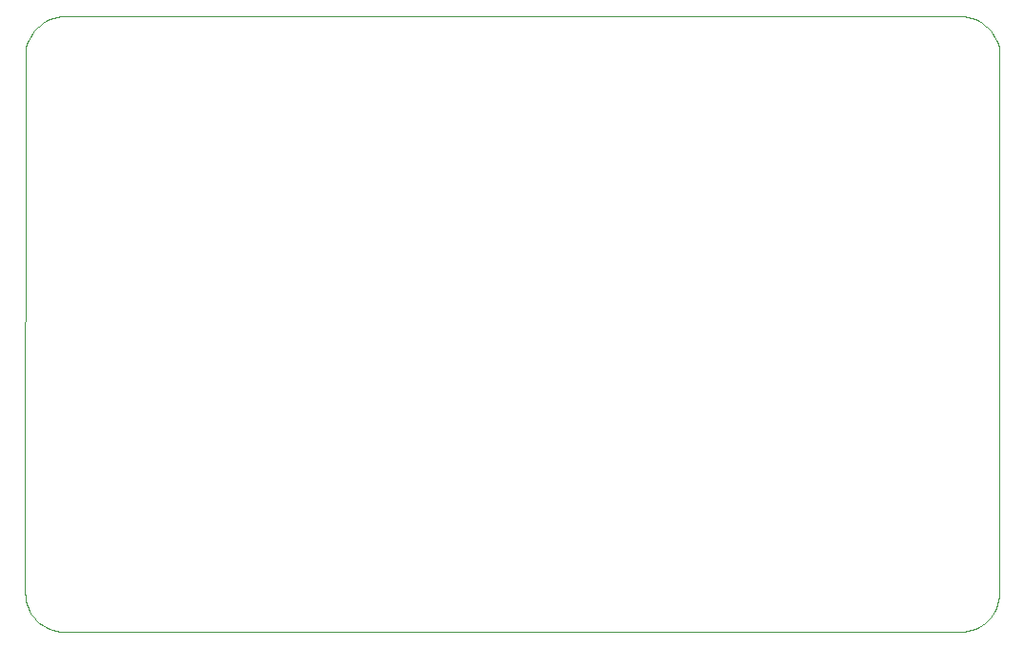
<source format=gbr>
%TF.GenerationSoftware,KiCad,Pcbnew,8.0.1*%
%TF.CreationDate,2024-06-02T23:47:43+02:00*%
%TF.ProjectId,Shawn_PCB_Business_card,53686177-6e5f-4504-9342-5f427573696e,rev?*%
%TF.SameCoordinates,Original*%
%TF.FileFunction,Profile,NP*%
%FSLAX46Y46*%
G04 Gerber Fmt 4.6, Leading zero omitted, Abs format (unit mm)*
G04 Created by KiCad (PCBNEW 8.0.1) date 2024-06-02 23:47:43*
%MOMM*%
%LPD*%
G01*
G04 APERTURE LIST*
%TA.AperFunction,Profile*%
%ADD10C,0.100000*%
%TD*%
G04 APERTURE END LIST*
D10*
X193109981Y-95063967D02*
X193163427Y-94716569D01*
X106745495Y-45951407D02*
X106692269Y-46298672D01*
X107272595Y-44700310D02*
X107096896Y-44989179D01*
X191653716Y-43754632D02*
X191365320Y-43578933D01*
X109452436Y-97788113D02*
X109799701Y-97841559D01*
X107255662Y-96314915D02*
X107457200Y-96584790D01*
X192758085Y-96026520D02*
X192905987Y-95720662D01*
X106932685Y-95720662D02*
X107079963Y-96026520D01*
X107932105Y-97059187D02*
X108201340Y-97260535D01*
X110157285Y-97859551D02*
X189681250Y-97859551D01*
X110174218Y-43156219D02*
X110174218Y-43156219D01*
X109816634Y-43174306D02*
X109469369Y-43227533D01*
X192172034Y-44182513D02*
X191923590Y-43956170D01*
X108490209Y-97436218D02*
X108796133Y-97584120D01*
X190055370Y-43174306D02*
X189698183Y-43156219D01*
X190737994Y-43313832D02*
X190402767Y-43227533D01*
X108813066Y-43431656D02*
X108507142Y-43578933D01*
X191636783Y-97260535D02*
X191906657Y-97059187D01*
X192775018Y-44989179D02*
X192599864Y-44700310D01*
X106814862Y-95399194D02*
X106932685Y-95720662D01*
X191923590Y-43956170D02*
X191653716Y-43754632D01*
X193163427Y-94716569D02*
X193181418Y-94359382D01*
X107700476Y-44182513D02*
X107474133Y-44431076D01*
X106674182Y-46656256D02*
X106643618Y-94359382D01*
X193180360Y-46298672D02*
X193126914Y-45951407D01*
X190721061Y-97701859D02*
X191042529Y-97584120D01*
X192905987Y-95720662D02*
X193023727Y-95399194D01*
X190402767Y-43227533D02*
X190055370Y-43174306D01*
X192381055Y-96584790D02*
X192582931Y-96314915D01*
X109134494Y-43313832D02*
X108813066Y-43431656D01*
X107457200Y-96584790D02*
X107683543Y-96833233D01*
X191365320Y-43578933D02*
X191059462Y-43431656D01*
X109799701Y-97841559D02*
X110157285Y-97859551D01*
X191348387Y-97436218D02*
X191636783Y-97260535D01*
X109117561Y-97701859D02*
X109452436Y-97788113D01*
X189698183Y-43156219D02*
X110174218Y-43152982D01*
X190038437Y-97841559D02*
X190385834Y-97788113D01*
X193198351Y-46656256D02*
X193180360Y-46298672D01*
X192599864Y-44700310D02*
X192397988Y-44431076D01*
X106949618Y-45295103D02*
X106831795Y-45616532D01*
X191059462Y-43431656D02*
X190737994Y-43313832D01*
X107683543Y-96833233D02*
X107932105Y-97059187D01*
X109469369Y-43227533D02*
X109134494Y-43313832D01*
X107474133Y-44431076D02*
X107272595Y-44700310D01*
X110174218Y-43152982D02*
X109816634Y-43174306D01*
X106831795Y-45616532D02*
X106745495Y-45951407D01*
X193181418Y-94359382D02*
X193198351Y-46656256D01*
X107079963Y-96026520D02*
X107255662Y-96314915D01*
X192155101Y-96833233D02*
X192381055Y-96584790D01*
X106643618Y-94359382D02*
X106675336Y-94716569D01*
X106728562Y-95063967D02*
X106814862Y-95399194D01*
X107096896Y-44989179D02*
X106949618Y-45295103D01*
X192922920Y-45295103D02*
X192775018Y-44989179D01*
X106675336Y-94716569D02*
X106728562Y-95063967D01*
X108796133Y-97584120D02*
X109117561Y-97701859D01*
X192582931Y-96314915D02*
X192758085Y-96026520D01*
X106692269Y-46298672D02*
X106674182Y-46656256D01*
X193126914Y-45951407D02*
X193040660Y-45616532D01*
X192397988Y-44431076D02*
X192172034Y-44182513D01*
X108201340Y-97260535D02*
X108490209Y-97436218D01*
X108507142Y-43578933D02*
X108218273Y-43754632D01*
X108218273Y-43754632D02*
X107949038Y-43956170D01*
X193023727Y-95399194D02*
X193109981Y-95063967D01*
X193040660Y-45616532D02*
X192922920Y-45295103D01*
X191906657Y-97059187D02*
X192155101Y-96833233D01*
X191042529Y-97584120D02*
X191348387Y-97436218D01*
X190385834Y-97788113D02*
X190721061Y-97701859D01*
X107949038Y-43956170D02*
X107700476Y-44182513D01*
X189681250Y-97859551D02*
X190038437Y-97841559D01*
M02*

</source>
